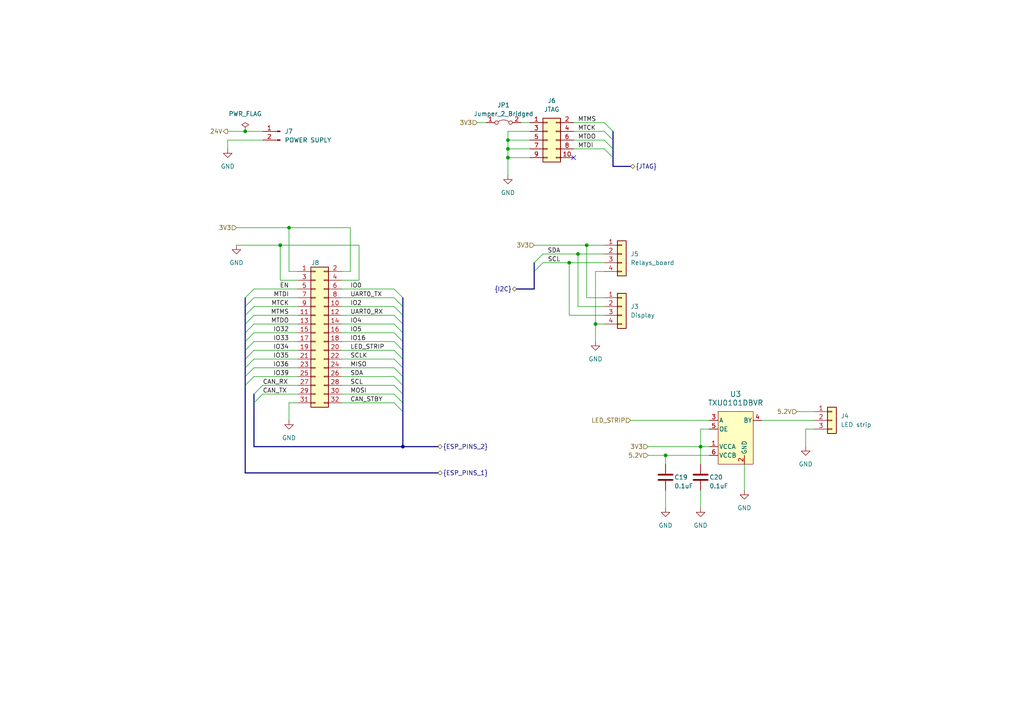
<source format=kicad_sch>
(kicad_sch (version 20230121) (generator eeschema)
  (paper "A4")
  (lib_symbols
    (symbol "Connector:Conn_01x02_Pin" (pin_names (offset 1.016) hide)
      (property "Reference" "J" (at 0 2.54 0))
      (property "Value" "Conn_01x02_Pin" (at 0 -5.08 0))
      (symbol "Conn_01x02_Pin_1_1"
        (polyline (pts (xy 1.27 -2.54) (xy 0.8636 -2.54)) (stroke (width 0.1524)))
        (polyline (pts (xy 1.27 0) (xy 0.8636 0)) (stroke (width 0.1524)))
        (rectangle (start 0.8636 -2.413) (end 0 -2.667) (stroke (width 0.1524)) (fill (type outline)))
        (rectangle (start 0.8636 0.127) (end 0 -0.127) (stroke (width 0.1524)) (fill (type outline)))
        (pin passive line (at 5.08 0 180) (length 3.81) (name "Pin_1") (number "1"))
        (pin passive line (at 5.08 -2.54 180) (length 3.81) (name "Pin_2") (number "2"))
      )
    )
    (symbol "Connector_Generic:Conn_01x03" (pin_names (offset 1.016) hide)
      (property "Reference" "J" (at 0 5.08 0))
      (property "Value" "Conn_01x03" (at 0 -5.08 0))
      (symbol "Conn_01x03_1_1"
        (rectangle (start -1.27 -2.413) (end 0 -2.667) (stroke (width 0.1524)))
        (rectangle (start -1.27 0.127) (end 0 -0.127) (stroke (width 0.1524)))
        (rectangle (start -1.27 2.667) (end 0 2.413) (stroke (width 0.1524)))
        (rectangle (start -1.27 3.81) (end 1.27 -3.81) (stroke (width 0.254)) (fill (type background)))
        (pin passive line (at -5.08 2.54 0) (length 3.81) (name "Pin_1") (number "1"))
        (pin passive line (at -5.08 0 0) (length 3.81) (name "Pin_2") (number "2"))
        (pin passive line (at -5.08 -2.54 0) (length 3.81) (name "Pin_3") (number "3"))
      )
    )
    (symbol "Connector_Generic:Conn_01x04" (pin_names (offset 1.016) hide)
      (property "Reference" "J" (at 0 5.08 0))
      (property "Value" "Conn_01x04" (at 0 -7.62 0))
      (symbol "Conn_01x04_1_1"
        (rectangle (start -1.27 -4.953) (end 0 -5.207) (stroke (width 0.1524)))
        (rectangle (start -1.27 -2.413) (end 0 -2.667) (stroke (width 0.1524)))
        (rectangle (start -1.27 0.127) (end 0 -0.127) (stroke (width 0.1524)))
        (rectangle (start -1.27 2.667) (end 0 2.413) (stroke (width 0.1524)))
        (rectangle (start -1.27 3.81) (end 1.27 -6.35) (stroke (width 0.254)) (fill (type background)))
        (pin passive line (at -5.08 2.54 0) (length 3.81) (name "Pin_1") (number "1"))
        (pin passive line (at -5.08 0 0) (length 3.81) (name "Pin_2") (number "2"))
        (pin passive line (at -5.08 -2.54 0) (length 3.81) (name "Pin_3") (number "3"))
        (pin passive line (at -5.08 -5.08 0) (length 3.81) (name "Pin_4") (number "4"))
      )
    )
    (symbol "Connector_Generic:Conn_02x05_Odd_Even" (pin_names (offset 1.016) hide)
      (property "Reference" "J" (at 1.27 7.62 0))
      (property "Value" "Conn_02x05_Odd_Even" (at 1.27 -7.62 0))
      (symbol "Conn_02x05_Odd_Even_1_1"
        (rectangle (start -1.27 -4.953) (end 0 -5.207) (stroke (width 0.1524)))
        (rectangle (start -1.27 -2.413) (end 0 -2.667) (stroke (width 0.1524)))
        (rectangle (start -1.27 0.127) (end 0 -0.127) (stroke (width 0.1524)))
        (rectangle (start -1.27 2.667) (end 0 2.413) (stroke (width 0.1524)))
        (rectangle (start -1.27 5.207) (end 0 4.953) (stroke (width 0.1524)))
        (rectangle (start -1.27 6.35) (end 3.81 -6.35) (stroke (width 0.254)) (fill (type background)))
        (rectangle (start 3.81 -4.953) (end 2.54 -5.207) (stroke (width 0.1524)))
        (rectangle (start 3.81 -2.413) (end 2.54 -2.667) (stroke (width 0.1524)))
        (rectangle (start 3.81 0.127) (end 2.54 -0.127) (stroke (width 0.1524)))
        (rectangle (start 3.81 2.667) (end 2.54 2.413) (stroke (width 0.1524)))
        (rectangle (start 3.81 5.207) (end 2.54 4.953) (stroke (width 0.1524)))
        (pin passive line (at -5.08 5.08 0) (length 3.81) (name "Pin_1") (number "1"))
        (pin passive line (at 7.62 -5.08 180) (length 3.81) (name "Pin_10") (number "10"))
        (pin passive line (at 7.62 5.08 180) (length 3.81) (name "Pin_2") (number "2"))
        (pin passive line (at -5.08 2.54 0) (length 3.81) (name "Pin_3") (number "3"))
        (pin passive line (at 7.62 2.54 180) (length 3.81) (name "Pin_4") (number "4"))
        (pin passive line (at -5.08 0 0) (length 3.81) (name "Pin_5") (number "5"))
        (pin passive line (at 7.62 0 180) (length 3.81) (name "Pin_6") (number "6"))
        (pin passive line (at -5.08 -2.54 0) (length 3.81) (name "Pin_7") (number "7"))
        (pin passive line (at 7.62 -2.54 180) (length 3.81) (name "Pin_8") (number "8"))
        (pin passive line (at -5.08 -5.08 0) (length 3.81) (name "Pin_9") (number "9"))
      )
    )
    (symbol "Connector_Generic:Conn_02x16_Odd_Even" (pin_names (offset 1.016) hide)
      (property "Reference" "J" (at 1.27 20.32 0))
      (property "Value" "Conn_02x16_Odd_Even" (at 1.27 -22.86 0))
      (symbol "Conn_02x16_Odd_Even_1_1"
        (rectangle (start -1.27 -20.193) (end 0 -20.447) (stroke (width 0.1524)))
        (rectangle (start -1.27 -17.653) (end 0 -17.907) (stroke (width 0.1524)))
        (rectangle (start -1.27 -15.113) (end 0 -15.367) (stroke (width 0.1524)))
        (rectangle (start -1.27 -12.573) (end 0 -12.827) (stroke (width 0.1524)))
        (rectangle (start -1.27 -10.033) (end 0 -10.287) (stroke (width 0.1524)))
        (rectangle (start -1.27 -7.493) (end 0 -7.747) (stroke (width 0.1524)))
        (rectangle (start -1.27 -4.953) (end 0 -5.207) (stroke (width 0.1524)))
        (rectangle (start -1.27 -2.413) (end 0 -2.667) (stroke (width 0.1524)))
        (rectangle (start -1.27 0.127) (end 0 -0.127) (stroke (width 0.1524)))
        (rectangle (start -1.27 2.667) (end 0 2.413) (stroke (width 0.1524)))
        (rectangle (start -1.27 5.207) (end 0 4.953) (stroke (width 0.1524)))
        (rectangle (start -1.27 7.747) (end 0 7.493) (stroke (width 0.1524)))
        (rectangle (start -1.27 10.287) (end 0 10.033) (stroke (width 0.1524)))
        (rectangle (start -1.27 12.827) (end 0 12.573) (stroke (width 0.1524)))
        (rectangle (start -1.27 15.367) (end 0 15.113) (stroke (width 0.1524)))
        (rectangle (start -1.27 17.907) (end 0 17.653) (stroke (width 0.1524)))
        (rectangle (start -1.27 19.05) (end 3.81 -21.59) (stroke (width 0.254)) (fill (type background)))
        (rectangle (start 3.81 -20.193) (end 2.54 -20.447) (stroke (width 0.1524)))
        (rectangle (start 3.81 -17.653) (end 2.54 -17.907) (stroke (width 0.1524)))
        (rectangle (start 3.81 -15.113) (end 2.54 -15.367) (stroke (width 0.1524)))
        (rectangle (start 3.81 -12.573) (end 2.54 -12.827) (stroke (width 0.1524)))
        (rectangle (start 3.81 -10.033) (end 2.54 -10.287) (stroke (width 0.1524)))
        (rectangle (start 3.81 -7.493) (end 2.54 -7.747) (stroke (width 0.1524)))
        (rectangle (start 3.81 -4.953) (end 2.54 -5.207) (stroke (width 0.1524)))
        (rectangle (start 3.81 -2.413) (end 2.54 -2.667) (stroke (width 0.1524)))
        (rectangle (start 3.81 0.127) (end 2.54 -0.127) (stroke (width 0.1524)))
        (rectangle (start 3.81 2.667) (end 2.54 2.413) (stroke (width 0.1524)))
        (rectangle (start 3.81 5.207) (end 2.54 4.953) (stroke (width 0.1524)))
        (rectangle (start 3.81 7.747) (end 2.54 7.493) (stroke (width 0.1524)))
        (rectangle (start 3.81 10.287) (end 2.54 10.033) (stroke (width 0.1524)))
        (rectangle (start 3.81 12.827) (end 2.54 12.573) (stroke (width 0.1524)))
        (rectangle (start 3.81 15.367) (end 2.54 15.113) (stroke (width 0.1524)))
        (rectangle (start 3.81 17.907) (end 2.54 17.653) (stroke (width 0.1524)))
        (pin passive line (at -5.08 17.78 0) (length 3.81) (name "Pin_1") (number "1"))
        (pin passive line (at 7.62 7.62 180) (length 3.81) (name "Pin_10") (number "10"))
        (pin passive line (at -5.08 5.08 0) (length 3.81) (name "Pin_11") (number "11"))
        (pin passive line (at 7.62 5.08 180) (length 3.81) (name "Pin_12") (number "12"))
        (pin passive line (at -5.08 2.54 0) (length 3.81) (name "Pin_13") (number "13"))
        (pin passive line (at 7.62 2.54 180) (length 3.81) (name "Pin_14") (number "14"))
        (pin passive line (at -5.08 0 0) (length 3.81) (name "Pin_15") (number "15"))
        (pin passive line (at 7.62 0 180) (length 3.81) (name "Pin_16") (number "16"))
        (pin passive line (at -5.08 -2.54 0) (length 3.81) (name "Pin_17") (number "17"))
        (pin passive line (at 7.62 -2.54 180) (length 3.81) (name "Pin_18") (number "18"))
        (pin passive line (at -5.08 -5.08 0) (length 3.81) (name "Pin_19") (number "19"))
        (pin passive line (at 7.62 17.78 180) (length 3.81) (name "Pin_2") (number "2"))
        (pin passive line (at 7.62 -5.08 180) (length 3.81) (name "Pin_20") (number "20"))
        (pin passive line (at -5.08 -7.62 0) (length 3.81) (name "Pin_21") (number "21"))
        (pin passive line (at 7.62 -7.62 180) (length 3.81) (name "Pin_22") (number "22"))
        (pin passive line (at -5.08 -10.16 0) (length 3.81) (name "Pin_23") (number "23"))
        (pin passive line (at 7.62 -10.16 180) (length 3.81) (name "Pin_24") (number "24"))
        (pin passive line (at -5.08 -12.7 0) (length 3.81) (name "Pin_25") (number "25"))
        (pin passive line (at 7.62 -12.7 180) (length 3.81) (name "Pin_26") (number "26"))
        (pin passive line (at -5.08 -15.24 0) (length 3.81) (name "Pin_27") (number "27"))
        (pin passive line (at 7.62 -15.24 180) (length 3.81) (name "Pin_28") (number "28"))
        (pin passive line (at -5.08 -17.78 0) (length 3.81) (name "Pin_29") (number "29"))
        (pin passive line (at -5.08 15.24 0) (length 3.81) (name "Pin_3") (number "3"))
        (pin passive line (at 7.62 -17.78 180) (length 3.81) (name "Pin_30") (number "30"))
        (pin passive line (at -5.08 -20.32 0) (length 3.81) (name "Pin_31") (number "31"))
        (pin passive line (at 7.62 -20.32 180) (length 3.81) (name "Pin_32") (number "32"))
        (pin passive line (at 7.62 15.24 180) (length 3.81) (name "Pin_4") (number "4"))
        (pin passive line (at -5.08 12.7 0) (length 3.81) (name "Pin_5") (number "5"))
        (pin passive line (at 7.62 12.7 180) (length 3.81) (name "Pin_6") (number "6"))
        (pin passive line (at -5.08 10.16 0) (length 3.81) (name "Pin_7") (number "7"))
        (pin passive line (at 7.62 10.16 180) (length 3.81) (name "Pin_8") (number "8"))
        (pin passive line (at -5.08 7.62 0) (length 3.81) (name "Pin_9") (number "9"))
      )
    )
    (symbol "Device:C" (pin_numbers hide) (pin_names (offset 0.254))
      (property "Reference" "C" (at 0.635 2.54 0))
      (property "Value" "C" (at 0.635 -2.54 0))
      (symbol "C_0_1"
        (polyline (pts (xy -2.032 -0.762) (xy 2.032 -0.762)) (stroke (width 0.508)))
        (polyline (pts (xy -2.032 0.762) (xy 2.032 0.762)) (stroke (width 0.508)))
      )
      (symbol "C_1_1"
        (pin passive line (at 0 3.81 270) (length 2.794) (name "~") (number "1"))
        (pin passive line (at 0 -3.81 90) (length 2.794) (name "~") (number "2"))
      )
    )
    (symbol "Jumper:Jumper_2_Bridged" (pin_names (offset 0) hide)
      (property "Reference" "JP" (at 0 1.905 0))
      (property "Value" "Jumper_2_Bridged" (at 0 -2.54 0))
      (symbol "Jumper_2_Bridged_0_0"
        (circle (center -2.032 0) (radius 0.508))
        (circle (center 2.032 0) (radius 0.508))
      )
      (symbol "Jumper_2_Bridged_0_1"
        (arc (start 1.524 0.254) (mid 0 0.762) (end -1.524 0.254))
      )
      (symbol "Jumper_2_Bridged_1_1"
        (pin passive line (at -5.08 0 0) (length 2.54) (name "A") (number "1"))
        (pin passive line (at 5.08 0 180) (length 2.54) (name "B") (number "2"))
      )
    )
    (symbol "TXU0101:TXU0101DBVR" (pin_names (offset 0.254))
      (property "Reference" "U" (at 0 12.7 0))
      (property "Value" "TXU0101DBVR" (at 0 10.16 0))
      (symbol "TXU0101DBVR_1_1"
        (rectangle (start -5.08 7.62) (end -5.08 7.62))
        (rectangle (start -5.08 7.62) (end 5.08 -7.62) (fill (type background)))
        (rectangle (start -5.08 8.89) (end -5.08 8.89))
        (rectangle (start 1.27 7.62) (end 1.27 7.62))
        (pin power_in line (at -7.62 -2.54 0) (length 2.54) (name "VCCA") (number "1"))
        (pin power_out line (at 2.54 -7.62 90) (length 2.54) (name "GND") (number "2"))
        (pin input line (at -7.62 5.08 0) (length 2.54) (name "A") (number "3"))
        (pin output line (at 7.62 5.08 180) (length 2.54) (name "BY") (number "4"))
        (pin input line (at -7.62 2.54 0) (length 2.54) (name "OE") (number "5"))
        (pin power_in line (at -7.62 -5.08 0) (length 2.54) (name "VCCB") (number "6"))
      )
    )
    (symbol "power:GND" (power) (pin_names (offset 0))
      (property "Value" "GND" (at 0 -3.81 0))
      (symbol "GND_0_1"
        (polyline (pts (xy 0 0) (xy 0 -1.27) (xy 1.27 -1.27) (xy 0 -2.54) (xy -1.27 -1.27) (xy 0 -1.27)))
      )
      (symbol "GND_1_1"
        (pin power_in line (at 0 0 270) (length 0) hide (name "GND") (number "1"))
      )
    )
    (symbol "power:PWR_FLAG" (power) (pin_numbers hide) (pin_names (offset 0) hide)
      (property "Value" "PWR_FLAG" (at 0 3.81 0))
      (symbol "PWR_FLAG_0_0"
        (pin power_out line (at 0 0 90) (length 0) (name "pwr") (number "1"))
      )
      (symbol "PWR_FLAG_0_1"
        (polyline (pts (xy 0 0) (xy 0 1.27) (xy -1.016 1.905) (xy 0 2.54) (xy 1.016 1.905) (xy 0 1.27)))
      )
    )
  )
  (bus_alias "ESP_PINS_1" (members "IO33" "IO36" "IO32" "IO35" "MTDO" "MTCK" "MTMS" "IO34" "IO39" "MTDI" "EN"))
  (bus_alias "ESP_PINS_2" (members "IO2" "SCL" "IO5" "LED_STRIP" "UART0_TX" "SDA" "MISO" "MOSI" "IO0" "CAN_RX" "CAN_TX" "IO16" "IO4" "SCLK" "UART0_RX" "CAN_STBY"))
  (bus_alias "I2C" (members "SDA" "SCL"))
  (bus_alias "JTAG" (members "MTMS" "MTCK" "MTDO" "MTDI"))
  (junction (at 147.32 40.64))
  (junction (at 203.2 129.54))
  (junction (at 71.12 38.1))
  (junction (at 170.18 71.12))
  (junction (at 116.84 129.54))
  (junction (at 193.04 132.08))
  (junction (at 81.28 71.12))
  (junction (at 165.1 76.2))
  (junction (at 147.32 45.72))
  (junction (at 147.32 43.18))
  (junction (at 172.72 93.98))
  (junction (at 167.64 73.66))
  (junction (at 83.82 66.04))
  (no_connect (at 166.37 45.72))
  (bus_entry (at 114.3 106.68) (size 2.54 2.54))
  (bus_entry (at 73.66 83.82) (size -2.54 2.54))
  (bus_entry (at 73.66 96.52) (size -2.54 2.54))
  (bus_entry (at 175.26 38.1) (size 2.54 2.54))
  (bus_entry (at 114.3 111.76) (size 2.54 2.54))
  (bus_entry (at 73.66 91.44) (size -2.54 2.54))
  (bus_entry (at 114.3 104.14) (size 2.54 2.54))
  (bus_entry (at 73.66 104.14) (size -2.54 2.54))
  (bus_entry (at 157.48 76.2) (size -2.54 2.54))
  (bus_entry (at 114.3 96.52) (size 2.54 2.54))
  (bus_entry (at 73.66 93.98) (size -2.54 2.54))
  (bus_entry (at 73.66 106.68) (size -2.54 2.54))
  (bus_entry (at 73.66 86.36) (size -2.54 2.54))
  (bus_entry (at 175.26 35.56) (size 2.54 2.54))
  (bus_entry (at 114.3 88.9) (size 2.54 2.54))
  (bus_entry (at 114.3 109.22) (size 2.54 2.54))
  (bus_entry (at 175.26 40.64) (size 2.54 2.54))
  (bus_entry (at 73.66 101.6) (size -2.54 2.54))
  (bus_entry (at 114.3 83.82) (size 2.54 2.54))
  (bus_entry (at 114.3 86.36) (size 2.54 2.54))
  (bus_entry (at 73.66 88.9) (size -2.54 2.54))
  (bus_entry (at 76.2 114.3) (size -2.54 2.54))
  (bus_entry (at 73.66 109.22) (size -2.54 2.54))
  (bus_entry (at 76.2 111.76) (size -2.54 2.54))
  (bus_entry (at 114.3 91.44) (size 2.54 2.54))
  (bus_entry (at 114.3 99.06) (size 2.54 2.54))
  (bus_entry (at 157.48 73.66) (size -2.54 2.54))
  (bus_entry (at 114.3 116.84) (size 2.54 2.54))
  (bus_entry (at 175.26 43.18) (size 2.54 2.54))
  (bus_entry (at 73.66 99.06) (size -2.54 2.54))
  (bus_entry (at 114.3 93.98) (size 2.54 2.54))
  (bus_entry (at 114.3 101.6) (size 2.54 2.54))
  (bus_entry (at 114.3 114.3) (size 2.54 2.54))
  (wire (pts (xy 167.64 88.9) (xy 167.64 73.66)))
  (wire (pts (xy 172.72 93.98) (xy 172.72 99.06)))
  (wire (pts (xy 104.14 81.28) (xy 104.14 71.12)))
  (wire (pts (xy 170.18 86.36) (xy 170.18 71.12)))
  (wire (pts (xy 73.66 104.14) (xy 86.36 104.14)))
  (wire (pts (xy 147.32 45.72) (xy 147.32 50.8)))
  (wire (pts (xy 73.66 109.22) (xy 86.36 109.22)))
  (wire (pts (xy 99.06 81.28) (xy 104.14 81.28)))
  (wire (pts (xy 83.82 116.84) (xy 83.82 121.92)))
  (bus (pts (xy 71.12 101.6) (xy 71.12 104.14)))
  (bus (pts (xy 71.12 91.44) (xy 71.12 93.98)))
  (bus (pts (xy 116.84 119.38) (xy 116.84 129.54)))
  (wire (pts (xy 175.26 76.2) (xy 165.1 76.2)))
  (wire (pts (xy 99.06 83.82) (xy 114.3 83.82)))
  (wire (pts (xy 166.37 43.18) (xy 175.26 43.18)))
  (bus (pts (xy 177.8 45.72) (xy 177.8 48.26)))
  (bus (pts (xy 154.94 78.74) (xy 154.94 83.82)))
  (wire (pts (xy 166.37 38.1) (xy 175.26 38.1)))
  (wire (pts (xy 99.06 88.9) (xy 114.3 88.9)))
  (bus (pts (xy 116.84 114.3) (xy 116.84 116.84)))
  (wire (pts (xy 99.06 86.36) (xy 114.3 86.36)))
  (bus (pts (xy 71.12 109.22) (xy 71.12 111.76)))
  (wire (pts (xy 193.04 142.24) (xy 193.04 147.32)))
  (wire (pts (xy 153.67 38.1) (xy 147.32 38.1)))
  (bus (pts (xy 116.84 104.14) (xy 116.84 106.68)))
  (bus (pts (xy 116.84 129.54) (xy 127 129.54)))
  (wire (pts (xy 73.66 99.06) (xy 86.36 99.06)))
  (bus (pts (xy 154.94 76.2) (xy 154.94 78.74)))
  (bus (pts (xy 71.12 106.68) (xy 71.12 109.22)))
  (wire (pts (xy 83.82 66.04) (xy 83.82 78.74)))
  (wire (pts (xy 81.28 71.12) (xy 104.14 71.12)))
  (wire (pts (xy 99.06 111.76) (xy 114.3 111.76)))
  (wire (pts (xy 203.2 129.54) (xy 205.74 129.54)))
  (wire (pts (xy 166.37 35.56) (xy 175.26 35.56)))
  (wire (pts (xy 66.04 40.64) (xy 76.2 40.64)))
  (wire (pts (xy 172.72 93.98) (xy 175.26 93.98)))
  (wire (pts (xy 215.9 134.62) (xy 215.9 142.24)))
  (bus (pts (xy 116.84 88.9) (xy 116.84 91.44)))
  (wire (pts (xy 203.2 129.54) (xy 203.2 134.62)))
  (wire (pts (xy 151.13 35.56) (xy 153.67 35.56)))
  (wire (pts (xy 71.12 38.1) (xy 76.2 38.1)))
  (wire (pts (xy 147.32 43.18) (xy 153.67 43.18)))
  (wire (pts (xy 147.32 38.1) (xy 147.32 40.64)))
  (bus (pts (xy 177.8 40.64) (xy 177.8 43.18)))
  (bus (pts (xy 116.84 129.54) (xy 73.66 129.54)))
  (wire (pts (xy 182.88 121.92) (xy 205.74 121.92)))
  (wire (pts (xy 81.28 81.28) (xy 86.36 81.28)))
  (wire (pts (xy 175.26 86.36) (xy 170.18 86.36)))
  (bus (pts (xy 71.12 96.52) (xy 71.12 99.06)))
  (wire (pts (xy 172.72 78.74) (xy 172.72 93.98)))
  (wire (pts (xy 83.82 78.74) (xy 86.36 78.74)))
  (bus (pts (xy 116.84 99.06) (xy 116.84 101.6)))
  (wire (pts (xy 187.96 132.08) (xy 193.04 132.08)))
  (wire (pts (xy 101.6 66.04) (xy 101.6 78.74)))
  (bus (pts (xy 71.12 86.36) (xy 71.12 88.9)))
  (wire (pts (xy 170.18 71.12) (xy 175.26 71.12)))
  (bus (pts (xy 71.12 99.06) (xy 71.12 101.6)))
  (wire (pts (xy 147.32 45.72) (xy 153.67 45.72)))
  (wire (pts (xy 101.6 78.74) (xy 99.06 78.74)))
  (wire (pts (xy 138.43 35.56) (xy 140.97 35.56)))
  (bus (pts (xy 177.8 48.26) (xy 182.88 48.26)))
  (bus (pts (xy 71.12 93.98) (xy 71.12 96.52)))
  (wire (pts (xy 99.06 109.22) (xy 114.3 109.22)))
  (wire (pts (xy 193.04 132.08) (xy 193.04 134.62)))
  (wire (pts (xy 73.66 91.44) (xy 86.36 91.44)))
  (bus (pts (xy 177.8 43.18) (xy 177.8 45.72)))
  (wire (pts (xy 68.58 71.12) (xy 81.28 71.12)))
  (wire (pts (xy 175.26 88.9) (xy 167.64 88.9)))
  (wire (pts (xy 175.26 91.44) (xy 165.1 91.44)))
  (wire (pts (xy 203.2 124.46) (xy 203.2 129.54)))
  (wire (pts (xy 233.68 124.46) (xy 236.22 124.46)))
  (wire (pts (xy 220.98 121.92) (xy 236.22 121.92)))
  (wire (pts (xy 73.66 106.68) (xy 86.36 106.68)))
  (wire (pts (xy 147.32 40.64) (xy 153.67 40.64)))
  (wire (pts (xy 73.66 86.36) (xy 86.36 86.36)))
  (bus (pts (xy 71.12 104.14) (xy 71.12 106.68)))
  (wire (pts (xy 99.06 106.68) (xy 114.3 106.68)))
  (wire (pts (xy 175.26 73.66) (xy 167.64 73.66)))
  (wire (pts (xy 193.04 132.08) (xy 205.74 132.08)))
  (wire (pts (xy 83.82 66.04) (xy 101.6 66.04)))
  (wire (pts (xy 73.66 101.6) (xy 86.36 101.6)))
  (wire (pts (xy 99.06 114.3) (xy 114.3 114.3)))
  (wire (pts (xy 147.32 43.18) (xy 147.32 45.72)))
  (bus (pts (xy 71.12 111.76) (xy 71.12 137.16)))
  (wire (pts (xy 233.68 124.46) (xy 233.68 129.54)))
  (wire (pts (xy 73.66 88.9) (xy 86.36 88.9)))
  (wire (pts (xy 68.58 66.04) (xy 83.82 66.04)))
  (bus (pts (xy 116.84 91.44) (xy 116.84 93.98)))
  (wire (pts (xy 76.2 111.76) (xy 86.36 111.76)))
  (wire (pts (xy 66.04 43.18) (xy 66.04 40.64)))
  (wire (pts (xy 167.64 73.66) (xy 157.48 73.66)))
  (wire (pts (xy 99.06 116.84) (xy 114.3 116.84)))
  (bus (pts (xy 116.84 109.22) (xy 116.84 111.76)))
  (wire (pts (xy 203.2 124.46) (xy 205.74 124.46)))
  (bus (pts (xy 116.84 86.36) (xy 116.84 88.9)))
  (bus (pts (xy 116.84 106.68) (xy 116.84 109.22)))
  (bus (pts (xy 116.84 101.6) (xy 116.84 104.14)))
  (wire (pts (xy 83.82 116.84) (xy 86.36 116.84)))
  (bus (pts (xy 116.84 96.52) (xy 116.84 99.06)))
  (wire (pts (xy 73.66 96.52) (xy 86.36 96.52)))
  (wire (pts (xy 165.1 91.44) (xy 165.1 76.2)))
  (wire (pts (xy 231.14 119.38) (xy 236.22 119.38)))
  (wire (pts (xy 187.96 129.54) (xy 203.2 129.54)))
  (wire (pts (xy 99.06 93.98) (xy 114.3 93.98)))
  (bus (pts (xy 73.66 116.84) (xy 73.66 129.54)))
  (wire (pts (xy 73.66 83.82) (xy 86.36 83.82)))
  (wire (pts (xy 66.04 38.1) (xy 71.12 38.1)))
  (bus (pts (xy 71.12 88.9) (xy 71.12 91.44)))
  (wire (pts (xy 81.28 71.12) (xy 81.28 81.28)))
  (wire (pts (xy 73.66 93.98) (xy 86.36 93.98)))
  (bus (pts (xy 154.94 83.82) (xy 149.86 83.82)))
  (wire (pts (xy 175.26 78.74) (xy 172.72 78.74)))
  (wire (pts (xy 165.1 76.2) (xy 157.48 76.2)))
  (wire (pts (xy 154.94 71.12) (xy 170.18 71.12)))
  (bus (pts (xy 116.84 93.98) (xy 116.84 96.52)))
  (bus (pts (xy 116.84 111.76) (xy 116.84 114.3)))
  (wire (pts (xy 203.2 142.24) (xy 203.2 147.32)))
  (wire (pts (xy 99.06 99.06) (xy 114.3 99.06)))
  (wire (pts (xy 76.2 114.3) (xy 86.36 114.3)))
  (wire (pts (xy 147.32 40.64) (xy 147.32 43.18)))
  (wire (pts (xy 99.06 96.52) (xy 114.3 96.52)))
  (bus (pts (xy 71.12 137.16) (xy 127 137.16)))
  (bus (pts (xy 73.66 114.3) (xy 73.66 116.84)))
  (wire (pts (xy 166.37 40.64) (xy 175.26 40.64)))
  (bus (pts (xy 116.84 116.84) (xy 116.84 119.38)))
  (wire (pts (xy 99.06 101.6) (xy 114.3 101.6)))
  (bus (pts (xy 177.8 38.1) (xy 177.8 40.64)))
  (wire (pts (xy 99.06 104.14) (xy 114.3 104.14)))
  (wire (pts (xy 99.06 91.44) (xy 114.3 91.44)))
  (label "IO2" (at 101.6 88.9 0))
  (label "MTMS" (at 167.64 35.56 0))
  (label "MTDO" (at 167.64 40.64 0))
  (label "SCL" (at 162.56 76.2 180))
  (label "IO33" (at 83.82 99.06 180))
  (label "SCL" (at 101.6 111.76 0))
  (label "MTDI" (at 167.64 43.18 0))
  (label "MTCK" (at 167.64 38.1 0))
  (label "CAN_STBY" (at 101.6 116.84 0))
  (label "IO36" (at 83.82 106.68 180))
  (label "LED_STRIP" (at 101.6 101.6 0))
  (label "IO32" (at 83.82 96.52 180))
  (label "CAN_TX" (at 76.2 114.3 0))
  (label "IO5" (at 101.6 96.52 0))
  (label "IO35" (at 83.82 104.14 180))
  (label "IO4" (at 101.6 93.98 0))
  (label "MTDO" (at 83.82 93.98 180))
  (label "MTCK" (at 83.82 88.9 180))
  (label "MTMS" (at 83.82 91.44 180))
  (label "UART0_TX" (at 101.6 86.36 0))
  (label "SDA" (at 162.56 73.66 180))
  (label "IO34" (at 83.82 101.6 180))
  (label "SDA" (at 101.6 109.22 0))
  (label "MISO" (at 101.6 106.68 0))
  (label "IO39" (at 83.82 109.22 180))
  (label "MTDI" (at 83.82 86.36 180))
  (label "MOSI" (at 101.6 114.3 0))
  (label "IO0" (at 101.6 83.82 0))
  (label "CAN_RX" (at 76.2 111.76 0))
  (label "IO16" (at 101.6 99.06 0))
  (label "EN" (at 83.82 83.82 180))
  (label "SCLK" (at 101.6 104.14 0))
  (label "UART0_RX" (at 101.6 91.44 0))
  (hierarchical_label "5.2V" (shape input) (at 231.14 119.38 180))
  (hierarchical_label "3V3" (shape input) (at 187.96 129.54 180))
  (hierarchical_label "{I2C}" (shape bidirectional) (at 149.86 83.82 180))
  (hierarchical_label "24V" (shape output) (at 66.04 38.1 180))
  (hierarchical_label "{JTAG}" (shape bidirectional) (at 182.88 48.26 0))
  (hierarchical_label "5.2V" (shape input) (at 187.96 132.08 180))
  (hierarchical_label "3V3" (shape input) (at 68.58 66.04 180))
  (hierarchical_label "{ESP_PINS_1}" (shape bidirectional) (at 127 137.16 0))
  (hierarchical_label "3V3" (shape input) (at 154.94 71.12 180))
  (hierarchical_label "3V3" (shape input) (at 138.43 35.56 180))
  (hierarchical_label "LED_STRIP" (shape input) (at 182.88 121.92 180))
  (hierarchical_label "{ESP_PINS_2}" (shape bidirectional) (at 127 129.54 0))
  (symbol (lib_id "power:GND") (at 233.68 129.54 0) (unit 1)
    (property "Reference" "#PWR026" (effects hide))
    (property "Value" "GND" (at 233.68 134.62 0))
  )
  (symbol (lib_id "power:GND") (at 83.82 121.92 0) (unit 1)
    (property "Reference" "#PWR024" (effects hide))
    (property "Value" "GND" (at 83.82 127 0))
  )
  (symbol (lib_id "Jumper:Jumper_2_Bridged") (at 146.05 35.56 0) (unit 1)
    (property "Reference" "JP1" (at 146.05 30.48 0))
    (property "Value" "Jumper_2_Bridged" (at 146.05 33.02 0))
    (property "Footprint" "TestPoint:TestPoint_2Pads_Pitch2.54mm_Drill0.8mm" (effects hide))
  )
  (symbol (lib_id "power:GND") (at 203.2 147.32 0) (unit 1)
    (property "Reference" "#PWR018" (effects hide))
    (property "Value" "GND" (at 203.2 152.4 0))
  )
  (symbol (lib_id "power:GND") (at 147.32 50.8 0) (unit 1)
    (property "Reference" "#PWR013" (effects hide))
    (property "Value" "GND" (at 147.32 55.88 0))
  )
  (symbol (lib_id "Connector_Generic:Conn_01x04") (at 180.34 88.9 0) (unit 1)
    (property "Reference" "J3" (at 182.88 88.9 0) (effects (justify left)))
    (property "Value" "Display" (at 182.88 91.44 0) (effects (justify left)))
    (property "Footprint" "Connector_JST:JST_XH_B4B-XH-AM_1x04_P2.50mm_Vertical" (effects hide))
  )
  (symbol (lib_id "power:GND") (at 193.04 147.32 0) (unit 1)
    (property "Reference" "#PWR017" (effects hide))
    (property "Value" "GND" (at 193.04 152.4 0))
  )
  (symbol (lib_id "Connector_Generic:Conn_02x16_Odd_Even") (at 91.44 96.52 0) (unit 1)
    (property "Reference" "J8" (at 91.44 76.2 0))
    (property "Value" "Conn_02x16_Odd_Even" (effects hide))
    (property "Footprint" "Connector_PinHeader_2.54mm:PinHeader_2x16_P2.54mm_Vertical" (effects hide))
  )
  (symbol (lib_id "Connector_Generic:Conn_02x05_Odd_Even") (at 158.75 40.64 0) (unit 1)
    (property "Reference" "J6" (at 160.02 29.21 0))
    (property "Value" "JTAG" (at 160.02 31.75 0))
    (property "Footprint" "Connector_PinHeader_1.27mm:PinHeader_2x05_P1.27mm_Vertical" (effects hide))
  )
  (symbol (lib_id "power:GND") (at 215.9 142.24 0) (unit 1)
    (property "Reference" "#PWR025" (effects hide))
    (property "Value" "GND" (at 215.9 147.32 0))
  )
  (symbol (lib_id "power:PWR_FLAG") (at 71.12 38.1 0) (unit 1)
    (property "Reference" "#FLG02" (effects hide))
    (property "Value" "PWR_FLAG" (at 71.12 33.02 0))
  )
  (symbol (lib_id "Device:C") (at 203.2 138.43 0) (unit 1)
    (property "Reference" "C20" (at 205.74 138.43 0) (effects (justify left)))
    (property "Value" "0.1uF" (at 205.74 140.97 0) (effects (justify left)))
    (property "Footprint" "Capacitor_SMD:C_1206_3216Metric_Pad1.33x1.80mm_HandSolder" (effects hide))
  )
  (symbol (lib_id "power:GND") (at 66.04 43.18 0) (unit 1)
    (property "Reference" "#PWR023" (effects hide))
    (property "Value" "GND" (at 66.04 48.26 0))
  )
  (symbol (lib_id "Connector_Generic:Conn_01x04") (at 180.34 73.66 0) (unit 1)
    (property "Reference" "J5" (at 182.88 73.66 0) (effects (justify left)))
    (property "Value" "Relays_board" (at 182.88 76.2 0) (effects (justify left)))
    (property "Footprint" "Connector_JST:JST_XH_B4B-XH-AM_1x04_P2.50mm_Vertical" (effects hide))
  )
  (symbol (lib_id "Connector:Conn_01x02_Pin") (at 81.28 38.1 0) (mirror y) (unit 1)
    (property "Reference" "J7" (at 82.55 38.1 0) (effects (justify right)))
    (property "Value" "POWER SUPLY" (at 82.55 40.64 0) (effects (justify right)))
    (property "Footprint" "TerminalBlock:TerminalBlock_Altech_AK300-2_P5.00mm" (effects hide))
  )
  (symbol (lib_id "Device:C") (at 193.04 138.43 0) (unit 1)
    (property "Reference" "C19" (at 195.58 138.43 0) (effects (justify left)))
    (property "Value" "0.1uF" (at 195.58 140.97 0) (effects (justify left)))
    (property "Footprint" "Capacitor_SMD:C_1206_3216Metric_Pad1.33x1.80mm_HandSolder" (effects hide))
  )
  (symbol (lib_id "power:GND") (at 68.58 71.12 0) (unit 1)
    (property "Reference" "#PWR012" (effects hide))
    (property "Value" "GND" (at 68.58 76.2 0))
  )
  (symbol (lib_id "Connector_Generic:Conn_01x03") (at 241.3 121.92 0) (unit 1)
    (property "Reference" "J4" (at 243.84 120.65 0) (effects (justify left)))
    (property "Value" "LED strip" (at 243.84 123.19 0) (effects (justify left)))
    (property "Footprint" "Connector_JST:JST_EH_B3B-EH-A_1x03_P2.50mm_Vertical" (effects hide))
  )
  (symbol (lib_id "power:GND") (at 172.72 99.06 0) (unit 1)
    (property "Reference" "#PWR022" (effects hide))
    (property "Value" "GND" (at 172.72 104.14 0))
  )
  (symbol (lib_id "TXU0101:TXU0101DBVR") (at 213.36 127 0) (unit 1)
    (property "Reference" "U3" (at 213.36 114.3 0) (effects (font (size 1.524 1.524))))
    (property "Value" "TXU0101DBVR" (at 213.36 116.84 0) (effects (font (size 1.524 1.524))))
    (property "Footprint" "TXU0101:SOT-23-6-DBV_TEX" (effects hide))
    (property "Datasheet" "TXU0101DBVR" (effects hide))
  )
)
</source>
